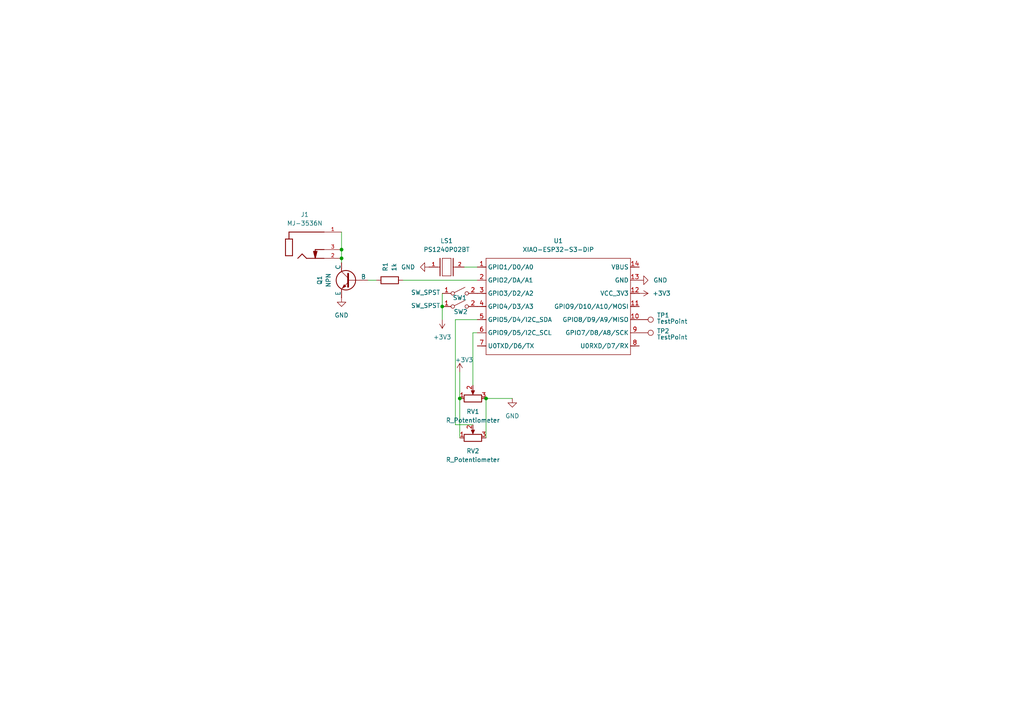
<source format=kicad_sch>
(kicad_sch (version 20231120) (generator "eeschema") (generator_version "8.0")
  (paper "A4")
  (lib_symbols
    (symbol "Connector:TestPoint" (pin_numbers hide) (pin_names (offset 0.762) hide)
      (property "Reference" "TP" (at 0 6.858 0))
      (property "Value" "TestPoint" (at 0 5.08 0))
      (symbol "TestPoint_0_1"
        (circle (center 0 3.302) (radius 0.762))
      )
      (symbol "TestPoint_1_1"
        (pin passive line (at 0 0 90) (length 2.54) (name "1") (number "1"))
      )
    )
    (symbol "Device:R" (pin_numbers hide) (pin_names (offset 0))
      (property "Reference" "R" (at 2.032 0 90))
      (property "Value" "R" (at 0 0 90))
      (symbol "R_0_1"
        (rectangle (start -1.016 -2.54) (end 1.016 2.54) (stroke (width 0.254)))
      )
      (symbol "R_1_1"
        (pin passive line (at 0 3.81 270) (length 1.27) (name "~") (number "1"))
        (pin passive line (at 0 -3.81 90) (length 1.27) (name "~") (number "2"))
      )
    )
    (symbol "Device:R_Potentiometer" (pin_names (offset 1.016) hide)
      (property "Reference" "RV" (at -4.445 0 90))
      (property "Value" "R_Potentiometer" (at -2.54 0 90))
      (symbol "R_Potentiometer_0_1"
        (polyline (pts (xy 2.54 0) (xy 1.524 0)))
        (polyline (pts (xy 1.143 0) (xy 2.286 0.508) (xy 2.286 -0.508) (xy 1.143 0)) (fill (type outline)))
        (rectangle (start 1.016 2.54) (end -1.016 -2.54) (stroke (width 0.254)))
      )
      (symbol "R_Potentiometer_1_1"
        (pin passive line (at 0 3.81 270) (length 1.27) (name "1") (number "1"))
        (pin passive line (at 3.81 0 180) (length 1.27) (name "2") (number "2"))
        (pin passive line (at 0 -3.81 90) (length 1.27) (name "3") (number "3"))
      )
    )
    (symbol "MJ-3536N:MJ-3536N" (pin_names (offset 1.016))
      (property "Reference" "J" (at -5.08 5.842 0))
      (property "Value" "MJ-3536N" (at -5.08 -5.08 0))
      (symbol "MJ-3536N_0_0"
        (polyline (pts (xy -6.096 -1.778) (xy -4.064 -1.778)) (stroke (width 0.254)))
        (polyline (pts (xy -6.096 3.048) (xy -6.096 -1.778)) (stroke (width 0.254)))
        (polyline (pts (xy -5.08 3.048) (xy -6.096 3.048)) (stroke (width 0.254)))
        (polyline (pts (xy -5.08 3.048) (xy -5.08 5.08)) (stroke (width 0.254)))
        (polyline (pts (xy -5.08 5.08) (xy 5.08 5.08)) (stroke (width 0.254)))
        (polyline (pts (xy -4.064 -1.778) (xy -4.064 3.048)) (stroke (width 0.254)))
        (polyline (pts (xy -4.064 3.048) (xy -5.08 3.048)) (stroke (width 0.254)))
        (polyline (pts (xy -2.54 -2.54) (xy -1.27 -1.27)) (stroke (width 0.254)))
        (polyline (pts (xy -1.27 -1.27) (xy 0 -2.54)) (stroke (width 0.254)))
        (polyline (pts (xy 0 -2.54) (xy 5.08 -2.54)) (stroke (width 0.254)))
        (polyline (pts (xy 2.54 0) (xy 2.54 -1.27)) (stroke (width 0.254)))
        (polyline (pts (xy 5.08 0) (xy 2.54 0)) (stroke (width 0.254)))
        (polyline (pts (xy 3.048 -0.508) (xy 2.032 -0.508) (xy 2.54 -2.54) (xy 3.048 -0.508)) (stroke (width 0.254)) (fill (type outline)))
        (pin passive line (at 10.16 5.08 180) (length 5.08) (name "~") (number "1"))
        (pin passive line (at 10.16 -2.54 180) (length 5.08) (name "~") (number "2"))
        (pin passive line (at 10.16 0 180) (length 5.08) (name "~") (number "3"))
      )
    )
    (symbol "PS1240P02BT:PS1240P02BT" (pin_names (offset 1.016))
      (property "Reference" "LS" (at -3.81 3.81 0))
      (property "Value" "PS1240P02BT" (at -3.81 -5.08 0))
      (symbol "PS1240P02BT_0_0"
        (polyline (pts (xy -2.54 0) (xy -1.905 0)) (stroke (width 0.1524)))
        (polyline (pts (xy -1.905 -2.54) (xy -1.905 0)) (stroke (width 0.254)))
        (polyline (pts (xy -1.905 0) (xy -1.905 2.54)) (stroke (width 0.254)))
        (polyline (pts (xy -1.27 -2.54) (xy 1.27 -2.54)) (stroke (width 0.1524)))
        (polyline (pts (xy -1.27 2.54) (xy -1.27 -2.54)) (stroke (width 0.1524)))
        (polyline (pts (xy 1.27 -2.54) (xy 1.27 2.54)) (stroke (width 0.1524)))
        (polyline (pts (xy 1.27 2.54) (xy -1.27 2.54)) (stroke (width 0.1524)))
        (polyline (pts (xy 1.905 0) (xy 1.905 -2.54)) (stroke (width 0.254)))
        (polyline (pts (xy 1.905 0) (xy 2.54 0)) (stroke (width 0.1524)))
        (polyline (pts (xy 1.905 2.54) (xy 1.905 0)) (stroke (width 0.254)))
        (pin passive line (at -5.08 0 0) (length 2.54) (name "~") (number "1"))
        (pin passive line (at 5.08 0 180) (length 2.54) (name "~") (number "2"))
      )
    )
    (symbol "Seeed_Studio_XIAO_Series:XIAO-ESP32-S3-DIP"
      (property "Reference" "U" (at 1.27 0.508 0))
      (property "Value" "XIAO-ESP32-S3-DIP" (at 9.652 -1.778 0))
      (symbol "XIAO-ESP32-S3-DIP_1_0"
        (polyline (pts (xy 0 -30.48) (xy 0 -16.51)) (stroke (width 0.1524)))
        (polyline (pts (xy 0 -27.94) (xy -1.27 -27.94)) (stroke (width 0.1524)))
        (polyline (pts (xy 0 -24.13) (xy -1.27 -24.13)) (stroke (width 0.1524)))
        (polyline (pts (xy 0 -20.32) (xy -1.27 -20.32)) (stroke (width 0.1524)))
        (polyline (pts (xy 0 -16.51) (xy -1.27 -16.51)) (stroke (width 0.1524)))
        (polyline (pts (xy 0 -16.51) (xy 0 -12.7)) (stroke (width 0.1524)))
        (polyline (pts (xy 0 -12.7) (xy -1.27 -12.7)) (stroke (width 0.1524)))
        (polyline (pts (xy 0 -12.7) (xy 0 -8.89)) (stroke (width 0.1524)))
        (polyline (pts (xy 0 -8.89) (xy -1.27 -8.89)) (stroke (width 0.1524)))
        (polyline (pts (xy 0 -8.89) (xy 0 -5.08)) (stroke (width 0.1524)))
        (polyline (pts (xy 0 -5.08) (xy -1.27 -5.08)) (stroke (width 0.1524)))
        (polyline (pts (xy 0 -5.08) (xy 0 -2.54)) (stroke (width 0.1524)))
        (polyline (pts (xy 0 -2.54) (xy 41.91 -2.54)) (stroke (width 0.1524)))
        (polyline (pts (xy 41.91 -30.48) (xy 0 -30.48)) (stroke (width 0.1524)))
        (polyline (pts (xy 41.91 -12.7) (xy 41.91 -30.48)) (stroke (width 0.1524)))
        (polyline (pts (xy 41.91 -8.89) (xy 41.91 -12.7)) (stroke (width 0.1524)))
        (polyline (pts (xy 41.91 -5.08) (xy 41.91 -8.89)) (stroke (width 0.1524)))
        (polyline (pts (xy 41.91 -2.54) (xy 41.91 -5.08)) (stroke (width 0.1524)))
        (polyline (pts (xy 43.18 -27.94) (xy 41.91 -27.94)) (stroke (width 0.1524)))
        (polyline (pts (xy 43.18 -24.13) (xy 41.91 -24.13)) (stroke (width 0.1524)))
        (polyline (pts (xy 43.18 -20.32) (xy 41.91 -20.32)) (stroke (width 0.1524)))
        (polyline (pts (xy 43.18 -16.51) (xy 41.91 -16.51)) (stroke (width 0.1524)))
        (polyline (pts (xy 43.18 -12.7) (xy 41.91 -12.7)) (stroke (width 0.1524)))
        (polyline (pts (xy 43.18 -8.89) (xy 41.91 -8.89)) (stroke (width 0.1524)))
        (polyline (pts (xy 43.18 -5.08) (xy 41.91 -5.08)) (stroke (width 0.1524)))
        (pin passive line (at -2.54 -5.08 0) (length 2.54) (name "GPIO1/D0/A0") (number "1"))
        (pin passive line (at 44.45 -20.32 180) (length 2.54) (name "GPIO8/D9/A9/MISO") (number "10"))
        (pin passive line (at 44.45 -16.51 180) (length 2.54) (name "GPIO9/D10/A10/MOSI") (number "11"))
        (pin passive line (at 44.45 -12.7 180) (length 2.54) (name "VCC_3V3") (number "12"))
        (pin passive line (at 44.45 -8.89 180) (length 2.54) (name "GND") (number "13"))
        (pin passive line (at 44.45 -5.08 180) (length 2.54) (name "VBUS") (number "14"))
        (pin passive line (at -2.54 -8.89 0) (length 2.54) (name "GPIO2/DA/A1") (number "2"))
        (pin passive line (at -2.54 -12.7 0) (length 2.54) (name "GPIO3/D2/A2") (number "3"))
        (pin passive line (at -2.54 -16.51 0) (length 2.54) (name "GPIO4/D3/A3") (number "4"))
        (pin passive line (at -2.54 -20.32 0) (length 2.54) (name "GPIO5/D4/I2C_SDA") (number "5"))
        (pin passive line (at -2.54 -24.13 0) (length 2.54) (name "GPIO9/D5/I2C_SCL") (number "6"))
        (pin passive line (at -2.54 -27.94 0) (length 2.54) (name "U0TXD/D6/TX") (number "7"))
        (pin passive line (at 44.45 -27.94 180) (length 2.54) (name "U0RXD/D7/RX") (number "8"))
        (pin passive line (at 44.45 -24.13 180) (length 2.54) (name "GPIO7/D8/A8/SCK") (number "9"))
      )
    )
    (symbol "Simulation_SPICE:NPN" (pin_numbers hide) (pin_names (offset 0))
      (property "Reference" "Q" (at -2.54 7.62 0))
      (property "Value" "NPN" (at -2.54 5.08 0))
      (symbol "NPN_0_1"
        (polyline (pts (xy -2.54 0) (xy 0.635 0)) (stroke (width 0.1524)))
        (polyline (pts (xy 0.635 0.635) (xy 2.54 2.54)))
        (polyline (pts (xy 2.794 -1.27) (xy 2.794 -1.27)) (stroke (width 0.1524)))
        (polyline (pts (xy 2.794 -1.27) (xy 2.794 -1.27)) (stroke (width 0.1524)))
        (polyline (pts (xy 0.635 -0.635) (xy 2.54 -2.54) (xy 2.54 -2.54)))
        (polyline (pts (xy 0.635 1.905) (xy 0.635 -1.905) (xy 0.635 -1.905)) (stroke (width 0.508)))
        (polyline (pts (xy 1.27 -1.778) (xy 1.778 -1.27) (xy 2.286 -2.286) (xy 1.27 -1.778) (xy 1.27 -1.778)) (fill (type outline)))
        (circle (center 1.27 0) (radius 2.8194) (stroke (width 0.254)))
      )
      (symbol "NPN_1_1"
        (pin open_collector line (at 2.54 5.08 270) (length 2.54) (name "C") (number "1"))
        (pin input line (at -5.08 0 0) (length 2.54) (name "B") (number "2"))
        (pin open_emitter line (at 2.54 -5.08 90) (length 2.54) (name "E") (number "3"))
      )
    )
    (symbol "Switch:SW_SPST" (pin_names (offset 0) hide)
      (property "Reference" "SW" (at 0 3.175 0))
      (property "Value" "SW_SPST" (at 0 -2.54 0))
      (symbol "SW_SPST_0_0"
        (circle (center -2.032 0) (radius 0.508))
        (polyline (pts (xy -1.524 0.254) (xy 1.524 1.778)))
        (circle (center 2.032 0) (radius 0.508))
      )
      (symbol "SW_SPST_1_1"
        (pin passive line (at -5.08 0 0) (length 2.54) (name "A") (number "1"))
        (pin passive line (at 5.08 0 180) (length 2.54) (name "B") (number "2"))
      )
    )
    (symbol "power:+3V3" (power) (pin_numbers hide) (pin_names (offset 0) hide)
      (property "Value" "+3V3" (at 0 3.556 0))
      (symbol "+3V3_0_1"
        (polyline (pts (xy -0.762 1.27) (xy 0 2.54)))
        (polyline (pts (xy 0 0) (xy 0 2.54)))
        (polyline (pts (xy 0 2.54) (xy 0.762 1.27)))
      )
      (symbol "+3V3_1_1"
        (pin power_in line (at 0 0 90) (length 0) (name "~") (number "1"))
      )
    )
    (symbol "power:GND" (power) (pin_numbers hide) (pin_names (offset 0) hide)
      (property "Value" "GND" (at 0 -3.81 0))
      (symbol "GND_0_1"
        (polyline (pts (xy 0 0) (xy 0 -1.27) (xy 1.27 -1.27) (xy 0 -2.54) (xy -1.27 -1.27) (xy 0 -1.27)))
      )
      (symbol "GND_1_1"
        (pin power_in line (at 0 0 270) (length 0) (name "~") (number "1"))
      )
    )
  )
  (junction (at 140.97 115.57))
  (junction (at 128.27 88.9))
  (junction (at 99.06 72.39))
  (junction (at 99.06 74.93))
  (junction (at 133.35 115.57))
  (wire (pts (xy 137.16 96.52) (xy 138.43 96.52)))
  (wire (pts (xy 140.97 115.57) (xy 148.59 115.57)))
  (wire (pts (xy 128.27 85.09) (xy 128.27 88.9)))
  (wire (pts (xy 137.16 96.52) (xy 137.16 111.76)))
  (wire (pts (xy 99.06 74.93) (xy 99.06 72.39)))
  (wire (pts (xy 99.06 72.39) (xy 99.06 67.31)))
  (wire (pts (xy 132.08 123.19) (xy 132.08 92.71)))
  (wire (pts (xy 137.16 123.19) (xy 132.08 123.19)))
  (wire (pts (xy 99.06 76.2) (xy 99.06 74.93)))
  (wire (pts (xy 133.35 115.57) (xy 133.35 127)))
  (wire (pts (xy 133.35 115.57) (xy 133.35 107.95)))
  (wire (pts (xy 128.27 88.9) (xy 128.27 92.71)))
  (wire (pts (xy 132.08 92.71) (xy 138.43 92.71)))
  (wire (pts (xy 116.84 81.28) (xy 138.43 81.28)))
  (wire (pts (xy 134.62 77.47) (xy 138.43 77.47)))
  (wire (pts (xy 106.68 81.28) (xy 109.22 81.28)))
  (wire (pts (xy 140.97 115.57) (xy 140.97 127)))
  (symbol (lib_id "power:GND") (at 124.46 77.47 270) (unit 1)
    (property "Reference" "#PWR02" (effects (hide yes)))
    (property "Value" "GND" (at 120.396 77.47 90) (effects (justify right)))
    (property "Description" "Power symbol creates a global label with name \"GND\" , ground" (effects (hide yes)))
  )
  (symbol (lib_id "power:GND") (at 185.42 81.28 90) (unit 1)
    (property "Reference" "#PWR06" (effects (hide yes)))
    (property "Value" "GND" (at 189.484 81.28 90) (effects (justify right)))
    (property "Description" "Power symbol creates a global label with name \"GND\" , ground" (effects (hide yes)))
  )
  (symbol (lib_id "Switch:SW_SPST") (at 133.35 85.09 0) (unit 1)
    (property "Reference" "SW1" (at 133.35 86.36 0))
    (property "Value" "SW_SPST" (at 123.444 84.836 0))
    (property "Description" "Single Pole Single Throw (SPST) switch" (effects (hide yes)))
  )
  (symbol (lib_id "MJ-3536N:MJ-3536N") (at 88.9 72.39 0) (unit 1)
    (property "Reference" "J1" (at 88.392 62.23 0))
    (property "Value" "MJ-3536N" (at 88.392 64.77 0))
    (property "Footprint" "MJ-3536N:SAMESKY_MJ-3536N" (effects (hide yes)))
    (property "SnapEDA_Link" "https://www.snapeda.com/parts/MJ-3536N/Same+Sky/view-part/?ref=snap" (effects (hide yes)))
    (property "MAXIMUM_PACKAGE_HEIGHT" "10.00mm" (effects (hide yes)))
    (property "Package" "None" (effects (hide yes)))
    (property "Check_prices" "https://www.snapeda.com/parts/MJ-3536N/Same+Sky/view-part/?ref=eda" (effects (hide yes)))
    (property "STANDARD" "Manufacturer Recommendations" (effects (hide yes)))
    (property "PARTREV" "1.05" (effects (hide yes)))
    (property "MF" "Same Sky" (effects (hide yes)))
    (property "MP" "MJ-3536N" (effects (hide yes)))
    (property "Description_1" "\n                        \n                            3.5 mm, Mono, Right Angle, Through Hole, 2 Conductors, 1 Internal Switch, Audio Jack Connector\n                        \n" (effects (hide yes)))
    (property "MANUFACTURER" "Same Sky" (effects (hide yes)))
  )
  (symbol (lib_id "Seeed_Studio_XIAO_Series:XIAO-ESP32-S3-DIP") (at 140.97 72.39 0) (unit 1)
    (property "Reference" "U1" (at 161.925 69.85 0))
    (property "Value" "XIAO-ESP32-S3-DIP" (at 161.925 72.39 0))
    (property "Footprint" "Module:MOUDLE14P-XIAO-DIP-SMD" (effects (hide yes)))
  )
  (symbol (lib_id "power:GND") (at 99.06 86.36 0) (unit 1)
    (property "Reference" "#PWR01" (effects (hide yes)))
    (property "Value" "GND" (at 99.06 91.44 0))
    (property "Description" "Power symbol creates a global label with name \"GND\" , ground" (effects (hide yes)))
  )
  (symbol (lib_id "power:+3V3") (at 133.35 107.95 0) (unit 1)
    (property "Reference" "#PWR04" (effects (hide yes)))
    (property "Value" "+3V3" (at 134.62 104.394 0))
    (property "Description" "Power symbol creates a global label with name \"+3V3\"" (effects (hide yes)))
  )
  (symbol (lib_id "PS1240P02BT:PS1240P02BT") (at 129.54 77.47 0) (unit 1)
    (property "Reference" "LS1" (at 129.54 69.85 0))
    (property "Value" "PS1240P02BT" (at 129.54 72.39 0))
    (property "Footprint" "PS1240P02BT:XDCR_PS1240P02BT" (effects (hide yes)))
    (property "MF" "TDK Corporation" (effects (hide yes)))
    (property "MAXIMUM_PACKAGE_HEIGHT" "7.0mm" (effects (hide yes)))
    (property "PACKAGE" "SIP-5 TDK" (effects (hide yes)))
    (property "PRICE" "None" (effects (hide yes)))
    (property "Package" "Custom Package TDK" (effects (hide yes)))
    (property "Check_prices" "https://www.snapeda.com/parts/PS1240P02BT/TDK/view-part/?ref=eda" (effects (hide yes)))
    (property "Price" "None" (effects (hide yes)))
    (property "SnapEDA_Link" "https://www.snapeda.com/parts/PS1240P02BT/TDK/view-part/?ref=snap" (effects (hide yes)))
    (property "MP" "PS1240P02BT" (effects (hide yes)))
    (property "Description_1" "\n                        \n                            Buzzers Transducer, Externally Driven Piezo 3 V - 4kHz 60dB @ 3V, 10cm Through Hole PC Pins\n                        \n" (effects (hide yes)))
    (property "Availability" "In Stock" (effects (hide yes)))
    (property "AVAILABILITY" "Unavailable" (effects (hide yes)))
    (property "DESCRIPTION" "Buzzers Transducer, Externally Driven Piezo 3V 4kHz 60dB @ 3V, 10cm Through Hole PC Pins" (effects (hide yes)))
  )
  (symbol (lib_id "Simulation_SPICE:NPN") (at 101.6 81.28 0) (mirror y) (unit 1)
    (property "Reference" "Q1" (at 92.71 81.28 90))
    (property "Value" "NPN" (at 95.25 81.28 90))
    (property "Datasheet" "https://ngspice.sourceforge.io/docs/ngspice-html-manual/manual.xhtml#cha_BJTs" (effects (hide yes)))
    (property "Description" "Bipolar transistor symbol for simulation only, substrate tied to the emitter" (effects (hide yes)))
    (property "Sim.Device" "NPN" (effects (hide yes)))
    (property "Sim.Type" "GUMMELPOON" (effects (hide yes)))
    (property "Sim.Pins" "1=C 2=B 3=E" (effects (hide yes)))
  )
  (symbol (lib_id "Device:R_Potentiometer") (at 137.16 127 90) (unit 1)
    (property "Reference" "RV2" (at 137.16 130.81 90))
    (property "Value" "R_Potentiometer" (at 137.16 133.35 90))
    (property "Description" "Potentiometer" (effects (hide yes)))
  )
  (symbol (lib_id "Device:R_Potentiometer") (at 137.16 115.57 90) (unit 1)
    (property "Reference" "RV1" (at 137.16 119.38 90))
    (property "Value" "R_Potentiometer" (at 137.16 121.92 90))
    (property "Description" "Potentiometer" (effects (hide yes)))
  )
  (symbol (lib_id "power:GND") (at 148.59 115.57 0) (unit 1)
    (property "Reference" "#PWR05" (effects (hide yes)))
    (property "Value" "GND" (at 148.59 120.65 0))
    (property "Description" "Power symbol creates a global label with name \"GND\" , ground" (effects (hide yes)))
  )
  (symbol (lib_id "Connector:TestPoint") (at 185.42 96.52 270) (unit 1)
    (property "Reference" "TP2" (at 190.5 96.012 90) (effects (justify left)))
    (property "Value" "TestPoint" (at 190.5 97.7899 90) (effects (justify left)))
    (property "Description" "test point" (effects (hide yes)))
  )
  (symbol (lib_id "Switch:SW_SPST") (at 133.35 88.9 0) (unit 1)
    (property "Reference" "SW2" (at 133.604 90.424 0))
    (property "Value" "SW_SPST" (at 123.444 88.646 0))
    (property "Description" "Single Pole Single Throw (SPST) switch" (effects (hide yes)))
  )
  (symbol (lib_id "Connector:TestPoint") (at 185.42 92.71 270) (unit 1)
    (property "Reference" "TP1" (at 190.5 91.4399 90) (effects (justify left)))
    (property "Value" "TestPoint" (at 190.5 93.218 90) (effects (justify left)))
    (property "Description" "test point" (effects (hide yes)))
  )
  (symbol (lib_id "power:+3V3") (at 185.42 85.09 270) (unit 1)
    (property "Reference" "#PWR07" (effects (hide yes)))
    (property "Value" "+3V3" (at 189.23 85.0899 90) (effects (justify left)))
    (property "Description" "Power symbol creates a global label with name \"+3V3\"" (effects (hide yes)))
  )
  (symbol (lib_id "Device:R") (at 113.03 81.28 90) (unit 1)
    (property "Reference" "R1" (at 111.7599 78.74 0) (effects (justify left)))
    (property "Value" "1k" (at 114.2999 78.74 0) (effects (justify left)))
    (property "Description" "Resistor" (effects (hide yes)))
  )
  (symbol (lib_id "power:+3V3") (at 128.27 92.71 180) (unit 1)
    (property "Reference" "#PWR03" (effects (hide yes)))
    (property "Value" "+3V3" (at 128.27 97.79 0))
    (property "Description" "Power symbol creates a global label with name \"+3V3\"" (effects (hide yes)))
  )
)
</source>
